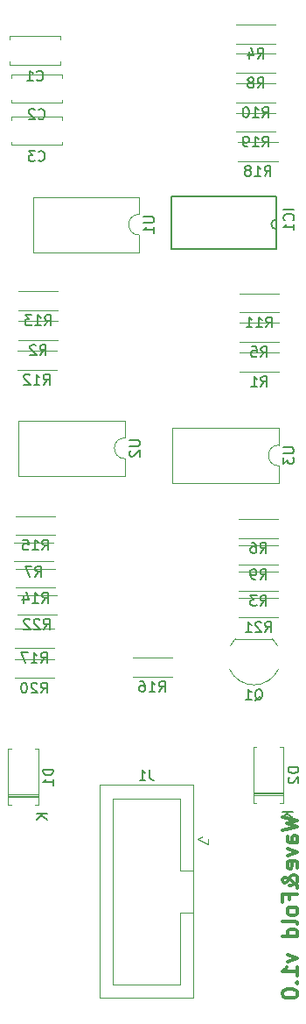
<source format=gbr>
G04 #@! TF.GenerationSoftware,KiCad,Pcbnew,(5.1.10-1-10_14)*
G04 #@! TF.CreationDate,2021-09-13T20:12:19+02:00*
G04 #@! TF.ProjectId,Ring_fold_main,52696e67-5f66-46f6-9c64-5f6d61696e2e,rev?*
G04 #@! TF.SameCoordinates,Original*
G04 #@! TF.FileFunction,Legend,Bot*
G04 #@! TF.FilePolarity,Positive*
%FSLAX46Y46*%
G04 Gerber Fmt 4.6, Leading zero omitted, Abs format (unit mm)*
G04 Created by KiCad (PCBNEW (5.1.10-1-10_14)) date 2021-09-13 20:12:19*
%MOMM*%
%LPD*%
G01*
G04 APERTURE LIST*
%ADD10C,0.300000*%
%ADD11C,0.120000*%
%ADD12C,0.127000*%
%ADD13C,0.150000*%
%ADD14O,1.400000X1.400000*%
%ADD15C,1.400000*%
%ADD16O,1.800000X1.800000*%
%ADD17R,1.800000X1.800000*%
%ADD18R,1.500000X1.500000*%
%ADD19C,1.500000*%
%ADD20O,1.600000X1.600000*%
%ADD21R,1.600000X1.600000*%
%ADD22O,2.720000X3.240000*%
%ADD23C,1.800000*%
%ADD24O,3.100000X2.300000*%
%ADD25C,1.700000*%
%ADD26C,1.397000*%
%ADD27R,1.397000X1.397000*%
%ADD28C,1.600000*%
G04 APERTURE END LIST*
D10*
X106938071Y-132628785D02*
X108438071Y-132985928D01*
X107366642Y-133271642D01*
X108438071Y-133557357D01*
X106938071Y-133914500D01*
X108438071Y-135128785D02*
X107652357Y-135128785D01*
X107509500Y-135057357D01*
X107438071Y-134914500D01*
X107438071Y-134628785D01*
X107509500Y-134485928D01*
X108366642Y-135128785D02*
X108438071Y-134985928D01*
X108438071Y-134628785D01*
X108366642Y-134485928D01*
X108223785Y-134414500D01*
X108080928Y-134414500D01*
X107938071Y-134485928D01*
X107866642Y-134628785D01*
X107866642Y-134985928D01*
X107795214Y-135128785D01*
X107438071Y-135700214D02*
X108438071Y-136057357D01*
X107438071Y-136414500D01*
X108366642Y-137557357D02*
X108438071Y-137414500D01*
X108438071Y-137128785D01*
X108366642Y-136985928D01*
X108223785Y-136914500D01*
X107652357Y-136914500D01*
X107509500Y-136985928D01*
X107438071Y-137128785D01*
X107438071Y-137414500D01*
X107509500Y-137557357D01*
X107652357Y-137628785D01*
X107795214Y-137628785D01*
X107938071Y-136914500D01*
X108438071Y-139485928D02*
X108438071Y-139414500D01*
X108366642Y-139271642D01*
X108152357Y-139057357D01*
X107723785Y-138700214D01*
X107509500Y-138557357D01*
X107295214Y-138485928D01*
X107152357Y-138485928D01*
X107009500Y-138557357D01*
X106938071Y-138700214D01*
X106938071Y-138771642D01*
X107009500Y-138914500D01*
X107152357Y-138985928D01*
X107223785Y-138985928D01*
X107366642Y-138914500D01*
X107438071Y-138843071D01*
X107723785Y-138414500D01*
X107795214Y-138343071D01*
X107938071Y-138271642D01*
X108152357Y-138271642D01*
X108295214Y-138343071D01*
X108366642Y-138414500D01*
X108438071Y-138557357D01*
X108438071Y-138771642D01*
X108366642Y-138914500D01*
X108295214Y-138985928D01*
X108009500Y-139200214D01*
X107795214Y-139271642D01*
X107652357Y-139271642D01*
X107652357Y-140628785D02*
X107652357Y-140128785D01*
X108438071Y-140128785D02*
X106938071Y-140128785D01*
X106938071Y-140843071D01*
X108438071Y-141628785D02*
X108366642Y-141485928D01*
X108295214Y-141414500D01*
X108152357Y-141343071D01*
X107723785Y-141343071D01*
X107580928Y-141414500D01*
X107509500Y-141485928D01*
X107438071Y-141628785D01*
X107438071Y-141843071D01*
X107509500Y-141985928D01*
X107580928Y-142057357D01*
X107723785Y-142128785D01*
X108152357Y-142128785D01*
X108295214Y-142057357D01*
X108366642Y-141985928D01*
X108438071Y-141843071D01*
X108438071Y-141628785D01*
X108438071Y-142985928D02*
X108366642Y-142843071D01*
X108223785Y-142771642D01*
X106938071Y-142771642D01*
X108438071Y-144200214D02*
X106938071Y-144200214D01*
X108366642Y-144200214D02*
X108438071Y-144057357D01*
X108438071Y-143771642D01*
X108366642Y-143628785D01*
X108295214Y-143557357D01*
X108152357Y-143485928D01*
X107723785Y-143485928D01*
X107580928Y-143557357D01*
X107509500Y-143628785D01*
X107438071Y-143771642D01*
X107438071Y-144057357D01*
X107509500Y-144200214D01*
X107438071Y-145914500D02*
X108438071Y-146271642D01*
X107438071Y-146628785D01*
X108438071Y-147985928D02*
X108438071Y-147128785D01*
X108438071Y-147557357D02*
X106938071Y-147557357D01*
X107152357Y-147414500D01*
X107295214Y-147271642D01*
X107366642Y-147128785D01*
X108295214Y-148628785D02*
X108366642Y-148700214D01*
X108438071Y-148628785D01*
X108366642Y-148557357D01*
X108295214Y-148628785D01*
X108438071Y-148628785D01*
X106938071Y-149628785D02*
X106938071Y-149771642D01*
X107009500Y-149914500D01*
X107080928Y-149985928D01*
X107223785Y-150057357D01*
X107509500Y-150128785D01*
X107866642Y-150128785D01*
X108152357Y-150057357D01*
X108295214Y-149985928D01*
X108366642Y-149914500D01*
X108438071Y-149771642D01*
X108438071Y-149628785D01*
X108366642Y-149485928D01*
X108295214Y-149414500D01*
X108152357Y-149343071D01*
X107866642Y-149271642D01*
X107509500Y-149271642D01*
X107223785Y-149343071D01*
X107080928Y-149414500D01*
X107009500Y-149485928D01*
X106938071Y-149628785D01*
D11*
X81265000Y-113061000D02*
X85105000Y-113061000D01*
X81265000Y-111221000D02*
X85105000Y-111221000D01*
X102728000Y-113342000D02*
X106568000Y-113342000D01*
X102728000Y-111502000D02*
X106568000Y-111502000D01*
X81011000Y-119220000D02*
X84851000Y-119220000D01*
X81011000Y-117380000D02*
X84851000Y-117380000D01*
X102474000Y-66467900D02*
X106314000Y-66467900D01*
X102474000Y-64627900D02*
X106314000Y-64627900D01*
X102664000Y-69309500D02*
X106504000Y-69309500D01*
X102664000Y-67469500D02*
X106504000Y-67469500D01*
X81011000Y-116300000D02*
X84851000Y-116300000D01*
X81011000Y-114460000D02*
X84851000Y-114460000D01*
X92441000Y-119094000D02*
X96281000Y-119094000D01*
X92441000Y-117254000D02*
X96281000Y-117254000D01*
X81138000Y-105414000D02*
X84978000Y-105414000D01*
X81138000Y-103574000D02*
X84978000Y-103574000D01*
X81138000Y-110512000D02*
X84978000Y-110512000D01*
X81138000Y-108672000D02*
X84978000Y-108672000D01*
X81392000Y-83724000D02*
X85232000Y-83724000D01*
X81392000Y-81884000D02*
X85232000Y-81884000D01*
X81265000Y-89439000D02*
X85105000Y-89439000D01*
X81265000Y-87599000D02*
X85105000Y-87599000D01*
X102792000Y-83914500D02*
X106632000Y-83914500D01*
X102792000Y-82074500D02*
X106632000Y-82074500D01*
X102474000Y-63626200D02*
X106314000Y-63626200D01*
X102474000Y-61786200D02*
X106314000Y-61786200D01*
X102728000Y-108244000D02*
X106568000Y-108244000D01*
X102728000Y-106404000D02*
X106568000Y-106404000D01*
X102474000Y-60784600D02*
X106314000Y-60784600D01*
X102474000Y-58944600D02*
X106314000Y-58944600D01*
X80947500Y-107963000D02*
X84787500Y-107963000D01*
X80947500Y-106123000D02*
X84787500Y-106123000D01*
X102728000Y-105695000D02*
X106568000Y-105695000D01*
X102728000Y-103855000D02*
X106568000Y-103855000D01*
X102792000Y-86772000D02*
X106632000Y-86772000D01*
X102792000Y-84932000D02*
X106632000Y-84932000D01*
X102474000Y-57943000D02*
X106314000Y-57943000D01*
X102474000Y-56103000D02*
X106314000Y-56103000D01*
X102728000Y-110793000D02*
X106568000Y-110793000D01*
X102728000Y-108953000D02*
X106568000Y-108953000D01*
X81392000Y-86581500D02*
X85232000Y-86581500D01*
X81392000Y-84741500D02*
X85232000Y-84741500D01*
X102792000Y-89629500D02*
X106632000Y-89629500D01*
X102792000Y-87789500D02*
X106632000Y-87789500D01*
X106740000Y-131308000D02*
X107070000Y-131308000D01*
X107070000Y-131308000D02*
X107070000Y-125868000D01*
X107070000Y-125868000D02*
X106740000Y-125868000D01*
X104460000Y-131308000D02*
X104130000Y-131308000D01*
X104130000Y-131308000D02*
X104130000Y-125868000D01*
X104130000Y-125868000D02*
X104460000Y-125868000D01*
X107070000Y-130408000D02*
X104130000Y-130408000D01*
X107070000Y-130288000D02*
X104130000Y-130288000D01*
X107070000Y-130528000D02*
X104130000Y-130528000D01*
X82991500Y-131498000D02*
X83321500Y-131498000D01*
X83321500Y-131498000D02*
X83321500Y-126058000D01*
X83321500Y-126058000D02*
X82991500Y-126058000D01*
X80711500Y-131498000D02*
X80381500Y-131498000D01*
X80381500Y-131498000D02*
X80381500Y-126058000D01*
X80381500Y-126058000D02*
X80711500Y-126058000D01*
X83321500Y-130598000D02*
X80381500Y-130598000D01*
X83321500Y-130478000D02*
X80381500Y-130478000D01*
X83321500Y-130718000D02*
X80381500Y-130718000D01*
X106528184Y-116161205D02*
G75*
G03*
X106004000Y-115434000I-2324184J-1122795D01*
G01*
X106560400Y-118382807D02*
G75*
G02*
X104204000Y-119884000I-2356400J1098807D01*
G01*
X101847600Y-118382807D02*
G75*
G03*
X104204000Y-119884000I2356400J1098807D01*
G01*
X101879816Y-116161205D02*
G75*
G02*
X102404000Y-115434000I2324184J-1122795D01*
G01*
X102404000Y-115434000D02*
X106004000Y-115434000D01*
X106613000Y-96726000D02*
G75*
G03*
X106613000Y-98726000I0J-1000000D01*
G01*
X106613000Y-98726000D02*
X106613000Y-100376000D01*
X106613000Y-100376000D02*
X96333000Y-100376000D01*
X96333000Y-100376000D02*
X96333000Y-95076000D01*
X96333000Y-95076000D02*
X106613000Y-95076000D01*
X106613000Y-95076000D02*
X106613000Y-96726000D01*
X91690500Y-96028000D02*
G75*
G03*
X91690500Y-98028000I0J-1000000D01*
G01*
X91690500Y-98028000D02*
X91690500Y-99678000D01*
X91690500Y-99678000D02*
X81410500Y-99678000D01*
X81410500Y-99678000D02*
X81410500Y-94378000D01*
X81410500Y-94378000D02*
X91690500Y-94378000D01*
X91690500Y-94378000D02*
X91690500Y-96028000D01*
X93087500Y-74438000D02*
G75*
G03*
X93087500Y-76438000I0J-1000000D01*
G01*
X93087500Y-76438000D02*
X93087500Y-78088000D01*
X93087500Y-78088000D02*
X82807500Y-78088000D01*
X82807500Y-78088000D02*
X82807500Y-72788000D01*
X82807500Y-72788000D02*
X93087500Y-72788000D01*
X93087500Y-72788000D02*
X93087500Y-74438000D01*
X99739500Y-135247000D02*
X98739500Y-134747000D01*
X99739500Y-134247000D02*
X99739500Y-135247000D01*
X98739500Y-134747000D02*
X99739500Y-134247000D01*
X97039500Y-141877000D02*
X98349500Y-141877000D01*
X97039500Y-141877000D02*
X97039500Y-141877000D01*
X97039500Y-148817000D02*
X97039500Y-141877000D01*
X90539500Y-148817000D02*
X97039500Y-148817000D01*
X90539500Y-130837000D02*
X90539500Y-148817000D01*
X97039500Y-130837000D02*
X90539500Y-130837000D01*
X97039500Y-137777000D02*
X97039500Y-130837000D01*
X98349500Y-137777000D02*
X97039500Y-137777000D01*
X98349500Y-150117000D02*
X98349500Y-129537000D01*
X89229500Y-150117000D02*
X98349500Y-150117000D01*
X89229500Y-129537000D02*
X89229500Y-150117000D01*
X98349500Y-129537000D02*
X89229500Y-129537000D01*
D12*
X106362000Y-75882500D02*
G75*
G02*
X106362000Y-74930000I0J476250D01*
G01*
X106362000Y-77787500D02*
X96202000Y-77787500D01*
X96202000Y-77787500D02*
X96202000Y-72707500D01*
X96202000Y-72707500D02*
X106362000Y-72707500D01*
X106362000Y-72707500D02*
X106362000Y-77787500D01*
D11*
X80708500Y-67741500D02*
X85648500Y-67741500D01*
X80708500Y-65001500D02*
X85648500Y-65001500D01*
X80708500Y-67741500D02*
X80708500Y-67426500D01*
X80708500Y-65316500D02*
X80708500Y-65001500D01*
X85648500Y-67741500D02*
X85648500Y-67426500D01*
X85648500Y-65316500D02*
X85648500Y-65001500D01*
X80708500Y-63691500D02*
X85648500Y-63691500D01*
X80708500Y-60951500D02*
X85648500Y-60951500D01*
X80708500Y-63691500D02*
X80708500Y-63376500D01*
X80708500Y-61266500D02*
X80708500Y-60951500D01*
X85648500Y-63691500D02*
X85648500Y-63376500D01*
X85648500Y-61266500D02*
X85648500Y-60951500D01*
X80548000Y-59980500D02*
X85488000Y-59980500D01*
X80548000Y-57240500D02*
X85488000Y-57240500D01*
X80548000Y-59980500D02*
X80548000Y-59665500D01*
X80548000Y-57555500D02*
X80548000Y-57240500D01*
X85488000Y-59980500D02*
X85488000Y-59665500D01*
X85488000Y-57555500D02*
X85488000Y-57240500D01*
D13*
X83827857Y-114513380D02*
X84161190Y-114037190D01*
X84399285Y-114513380D02*
X84399285Y-113513380D01*
X84018333Y-113513380D01*
X83923095Y-113561000D01*
X83875476Y-113608619D01*
X83827857Y-113703857D01*
X83827857Y-113846714D01*
X83875476Y-113941952D01*
X83923095Y-113989571D01*
X84018333Y-114037190D01*
X84399285Y-114037190D01*
X83446904Y-113608619D02*
X83399285Y-113561000D01*
X83304047Y-113513380D01*
X83065952Y-113513380D01*
X82970714Y-113561000D01*
X82923095Y-113608619D01*
X82875476Y-113703857D01*
X82875476Y-113799095D01*
X82923095Y-113941952D01*
X83494523Y-114513380D01*
X82875476Y-114513380D01*
X82494523Y-113608619D02*
X82446904Y-113561000D01*
X82351666Y-113513380D01*
X82113571Y-113513380D01*
X82018333Y-113561000D01*
X81970714Y-113608619D01*
X81923095Y-113703857D01*
X81923095Y-113799095D01*
X81970714Y-113941952D01*
X82542142Y-114513380D01*
X81923095Y-114513380D01*
X105290857Y-114794380D02*
X105624190Y-114318190D01*
X105862285Y-114794380D02*
X105862285Y-113794380D01*
X105481333Y-113794380D01*
X105386095Y-113842000D01*
X105338476Y-113889619D01*
X105290857Y-113984857D01*
X105290857Y-114127714D01*
X105338476Y-114222952D01*
X105386095Y-114270571D01*
X105481333Y-114318190D01*
X105862285Y-114318190D01*
X104909904Y-113889619D02*
X104862285Y-113842000D01*
X104767047Y-113794380D01*
X104528952Y-113794380D01*
X104433714Y-113842000D01*
X104386095Y-113889619D01*
X104338476Y-113984857D01*
X104338476Y-114080095D01*
X104386095Y-114222952D01*
X104957523Y-114794380D01*
X104338476Y-114794380D01*
X103386095Y-114794380D02*
X103957523Y-114794380D01*
X103671809Y-114794380D02*
X103671809Y-113794380D01*
X103767047Y-113937238D01*
X103862285Y-114032476D01*
X103957523Y-114080095D01*
X83573857Y-120672380D02*
X83907190Y-120196190D01*
X84145285Y-120672380D02*
X84145285Y-119672380D01*
X83764333Y-119672380D01*
X83669095Y-119720000D01*
X83621476Y-119767619D01*
X83573857Y-119862857D01*
X83573857Y-120005714D01*
X83621476Y-120100952D01*
X83669095Y-120148571D01*
X83764333Y-120196190D01*
X84145285Y-120196190D01*
X83192904Y-119767619D02*
X83145285Y-119720000D01*
X83050047Y-119672380D01*
X82811952Y-119672380D01*
X82716714Y-119720000D01*
X82669095Y-119767619D01*
X82621476Y-119862857D01*
X82621476Y-119958095D01*
X82669095Y-120100952D01*
X83240523Y-120672380D01*
X82621476Y-120672380D01*
X82002428Y-119672380D02*
X81907190Y-119672380D01*
X81811952Y-119720000D01*
X81764333Y-119767619D01*
X81716714Y-119862857D01*
X81669095Y-120053333D01*
X81669095Y-120291428D01*
X81716714Y-120481904D01*
X81764333Y-120577142D01*
X81811952Y-120624761D01*
X81907190Y-120672380D01*
X82002428Y-120672380D01*
X82097666Y-120624761D01*
X82145285Y-120577142D01*
X82192904Y-120481904D01*
X82240523Y-120291428D01*
X82240523Y-120053333D01*
X82192904Y-119862857D01*
X82145285Y-119767619D01*
X82097666Y-119720000D01*
X82002428Y-119672380D01*
X105036857Y-67920280D02*
X105370190Y-67444090D01*
X105608285Y-67920280D02*
X105608285Y-66920280D01*
X105227333Y-66920280D01*
X105132095Y-66967900D01*
X105084476Y-67015519D01*
X105036857Y-67110757D01*
X105036857Y-67253614D01*
X105084476Y-67348852D01*
X105132095Y-67396471D01*
X105227333Y-67444090D01*
X105608285Y-67444090D01*
X104084476Y-67920280D02*
X104655904Y-67920280D01*
X104370190Y-67920280D02*
X104370190Y-66920280D01*
X104465428Y-67063138D01*
X104560666Y-67158376D01*
X104655904Y-67205995D01*
X103608285Y-67920280D02*
X103417809Y-67920280D01*
X103322571Y-67872661D01*
X103274952Y-67825042D01*
X103179714Y-67682185D01*
X103132095Y-67491709D01*
X103132095Y-67110757D01*
X103179714Y-67015519D01*
X103227333Y-66967900D01*
X103322571Y-66920280D01*
X103513047Y-66920280D01*
X103608285Y-66967900D01*
X103655904Y-67015519D01*
X103703523Y-67110757D01*
X103703523Y-67348852D01*
X103655904Y-67444090D01*
X103608285Y-67491709D01*
X103513047Y-67539328D01*
X103322571Y-67539328D01*
X103227333Y-67491709D01*
X103179714Y-67444090D01*
X103132095Y-67348852D01*
X105226857Y-70761880D02*
X105560190Y-70285690D01*
X105798285Y-70761880D02*
X105798285Y-69761880D01*
X105417333Y-69761880D01*
X105322095Y-69809500D01*
X105274476Y-69857119D01*
X105226857Y-69952357D01*
X105226857Y-70095214D01*
X105274476Y-70190452D01*
X105322095Y-70238071D01*
X105417333Y-70285690D01*
X105798285Y-70285690D01*
X104274476Y-70761880D02*
X104845904Y-70761880D01*
X104560190Y-70761880D02*
X104560190Y-69761880D01*
X104655428Y-69904738D01*
X104750666Y-69999976D01*
X104845904Y-70047595D01*
X103703047Y-70190452D02*
X103798285Y-70142833D01*
X103845904Y-70095214D01*
X103893523Y-69999976D01*
X103893523Y-69952357D01*
X103845904Y-69857119D01*
X103798285Y-69809500D01*
X103703047Y-69761880D01*
X103512571Y-69761880D01*
X103417333Y-69809500D01*
X103369714Y-69857119D01*
X103322095Y-69952357D01*
X103322095Y-69999976D01*
X103369714Y-70095214D01*
X103417333Y-70142833D01*
X103512571Y-70190452D01*
X103703047Y-70190452D01*
X103798285Y-70238071D01*
X103845904Y-70285690D01*
X103893523Y-70380928D01*
X103893523Y-70571404D01*
X103845904Y-70666642D01*
X103798285Y-70714261D01*
X103703047Y-70761880D01*
X103512571Y-70761880D01*
X103417333Y-70714261D01*
X103369714Y-70666642D01*
X103322095Y-70571404D01*
X103322095Y-70380928D01*
X103369714Y-70285690D01*
X103417333Y-70238071D01*
X103512571Y-70190452D01*
X83573857Y-117752380D02*
X83907190Y-117276190D01*
X84145285Y-117752380D02*
X84145285Y-116752380D01*
X83764333Y-116752380D01*
X83669095Y-116800000D01*
X83621476Y-116847619D01*
X83573857Y-116942857D01*
X83573857Y-117085714D01*
X83621476Y-117180952D01*
X83669095Y-117228571D01*
X83764333Y-117276190D01*
X84145285Y-117276190D01*
X82621476Y-117752380D02*
X83192904Y-117752380D01*
X82907190Y-117752380D02*
X82907190Y-116752380D01*
X83002428Y-116895238D01*
X83097666Y-116990476D01*
X83192904Y-117038095D01*
X82288142Y-116752380D02*
X81621476Y-116752380D01*
X82050047Y-117752380D01*
X95003857Y-120546380D02*
X95337190Y-120070190D01*
X95575285Y-120546380D02*
X95575285Y-119546380D01*
X95194333Y-119546380D01*
X95099095Y-119594000D01*
X95051476Y-119641619D01*
X95003857Y-119736857D01*
X95003857Y-119879714D01*
X95051476Y-119974952D01*
X95099095Y-120022571D01*
X95194333Y-120070190D01*
X95575285Y-120070190D01*
X94051476Y-120546380D02*
X94622904Y-120546380D01*
X94337190Y-120546380D02*
X94337190Y-119546380D01*
X94432428Y-119689238D01*
X94527666Y-119784476D01*
X94622904Y-119832095D01*
X93194333Y-119546380D02*
X93384809Y-119546380D01*
X93480047Y-119594000D01*
X93527666Y-119641619D01*
X93622904Y-119784476D01*
X93670523Y-119974952D01*
X93670523Y-120355904D01*
X93622904Y-120451142D01*
X93575285Y-120498761D01*
X93480047Y-120546380D01*
X93289571Y-120546380D01*
X93194333Y-120498761D01*
X93146714Y-120451142D01*
X93099095Y-120355904D01*
X93099095Y-120117809D01*
X93146714Y-120022571D01*
X93194333Y-119974952D01*
X93289571Y-119927333D01*
X93480047Y-119927333D01*
X93575285Y-119974952D01*
X93622904Y-120022571D01*
X93670523Y-120117809D01*
X83700857Y-106866380D02*
X84034190Y-106390190D01*
X84272285Y-106866380D02*
X84272285Y-105866380D01*
X83891333Y-105866380D01*
X83796095Y-105914000D01*
X83748476Y-105961619D01*
X83700857Y-106056857D01*
X83700857Y-106199714D01*
X83748476Y-106294952D01*
X83796095Y-106342571D01*
X83891333Y-106390190D01*
X84272285Y-106390190D01*
X82748476Y-106866380D02*
X83319904Y-106866380D01*
X83034190Y-106866380D02*
X83034190Y-105866380D01*
X83129428Y-106009238D01*
X83224666Y-106104476D01*
X83319904Y-106152095D01*
X81843714Y-105866380D02*
X82319904Y-105866380D01*
X82367523Y-106342571D01*
X82319904Y-106294952D01*
X82224666Y-106247333D01*
X81986571Y-106247333D01*
X81891333Y-106294952D01*
X81843714Y-106342571D01*
X81796095Y-106437809D01*
X81796095Y-106675904D01*
X81843714Y-106771142D01*
X81891333Y-106818761D01*
X81986571Y-106866380D01*
X82224666Y-106866380D01*
X82319904Y-106818761D01*
X82367523Y-106771142D01*
X83700857Y-111964380D02*
X84034190Y-111488190D01*
X84272285Y-111964380D02*
X84272285Y-110964380D01*
X83891333Y-110964380D01*
X83796095Y-111012000D01*
X83748476Y-111059619D01*
X83700857Y-111154857D01*
X83700857Y-111297714D01*
X83748476Y-111392952D01*
X83796095Y-111440571D01*
X83891333Y-111488190D01*
X84272285Y-111488190D01*
X82748476Y-111964380D02*
X83319904Y-111964380D01*
X83034190Y-111964380D02*
X83034190Y-110964380D01*
X83129428Y-111107238D01*
X83224666Y-111202476D01*
X83319904Y-111250095D01*
X81891333Y-111297714D02*
X81891333Y-111964380D01*
X82129428Y-110916761D02*
X82367523Y-111631047D01*
X81748476Y-111631047D01*
X83954857Y-85176380D02*
X84288190Y-84700190D01*
X84526285Y-85176380D02*
X84526285Y-84176380D01*
X84145333Y-84176380D01*
X84050095Y-84224000D01*
X84002476Y-84271619D01*
X83954857Y-84366857D01*
X83954857Y-84509714D01*
X84002476Y-84604952D01*
X84050095Y-84652571D01*
X84145333Y-84700190D01*
X84526285Y-84700190D01*
X83002476Y-85176380D02*
X83573904Y-85176380D01*
X83288190Y-85176380D02*
X83288190Y-84176380D01*
X83383428Y-84319238D01*
X83478666Y-84414476D01*
X83573904Y-84462095D01*
X82669142Y-84176380D02*
X82050095Y-84176380D01*
X82383428Y-84557333D01*
X82240571Y-84557333D01*
X82145333Y-84604952D01*
X82097714Y-84652571D01*
X82050095Y-84747809D01*
X82050095Y-84985904D01*
X82097714Y-85081142D01*
X82145333Y-85128761D01*
X82240571Y-85176380D01*
X82526285Y-85176380D01*
X82621523Y-85128761D01*
X82669142Y-85081142D01*
X83827857Y-90891380D02*
X84161190Y-90415190D01*
X84399285Y-90891380D02*
X84399285Y-89891380D01*
X84018333Y-89891380D01*
X83923095Y-89939000D01*
X83875476Y-89986619D01*
X83827857Y-90081857D01*
X83827857Y-90224714D01*
X83875476Y-90319952D01*
X83923095Y-90367571D01*
X84018333Y-90415190D01*
X84399285Y-90415190D01*
X82875476Y-90891380D02*
X83446904Y-90891380D01*
X83161190Y-90891380D02*
X83161190Y-89891380D01*
X83256428Y-90034238D01*
X83351666Y-90129476D01*
X83446904Y-90177095D01*
X82494523Y-89986619D02*
X82446904Y-89939000D01*
X82351666Y-89891380D01*
X82113571Y-89891380D01*
X82018333Y-89939000D01*
X81970714Y-89986619D01*
X81923095Y-90081857D01*
X81923095Y-90177095D01*
X81970714Y-90319952D01*
X82542142Y-90891380D01*
X81923095Y-90891380D01*
X105354857Y-85366880D02*
X105688190Y-84890690D01*
X105926285Y-85366880D02*
X105926285Y-84366880D01*
X105545333Y-84366880D01*
X105450095Y-84414500D01*
X105402476Y-84462119D01*
X105354857Y-84557357D01*
X105354857Y-84700214D01*
X105402476Y-84795452D01*
X105450095Y-84843071D01*
X105545333Y-84890690D01*
X105926285Y-84890690D01*
X104402476Y-85366880D02*
X104973904Y-85366880D01*
X104688190Y-85366880D02*
X104688190Y-84366880D01*
X104783428Y-84509738D01*
X104878666Y-84604976D01*
X104973904Y-84652595D01*
X103450095Y-85366880D02*
X104021523Y-85366880D01*
X103735809Y-85366880D02*
X103735809Y-84366880D01*
X103831047Y-84509738D01*
X103926285Y-84604976D01*
X104021523Y-84652595D01*
X105036857Y-65078580D02*
X105370190Y-64602390D01*
X105608285Y-65078580D02*
X105608285Y-64078580D01*
X105227333Y-64078580D01*
X105132095Y-64126200D01*
X105084476Y-64173819D01*
X105036857Y-64269057D01*
X105036857Y-64411914D01*
X105084476Y-64507152D01*
X105132095Y-64554771D01*
X105227333Y-64602390D01*
X105608285Y-64602390D01*
X104084476Y-65078580D02*
X104655904Y-65078580D01*
X104370190Y-65078580D02*
X104370190Y-64078580D01*
X104465428Y-64221438D01*
X104560666Y-64316676D01*
X104655904Y-64364295D01*
X103465428Y-64078580D02*
X103370190Y-64078580D01*
X103274952Y-64126200D01*
X103227333Y-64173819D01*
X103179714Y-64269057D01*
X103132095Y-64459533D01*
X103132095Y-64697628D01*
X103179714Y-64888104D01*
X103227333Y-64983342D01*
X103274952Y-65030961D01*
X103370190Y-65078580D01*
X103465428Y-65078580D01*
X103560666Y-65030961D01*
X103608285Y-64983342D01*
X103655904Y-64888104D01*
X103703523Y-64697628D01*
X103703523Y-64459533D01*
X103655904Y-64269057D01*
X103608285Y-64173819D01*
X103560666Y-64126200D01*
X103465428Y-64078580D01*
X104814666Y-109696380D02*
X105148000Y-109220190D01*
X105386095Y-109696380D02*
X105386095Y-108696380D01*
X105005142Y-108696380D01*
X104909904Y-108744000D01*
X104862285Y-108791619D01*
X104814666Y-108886857D01*
X104814666Y-109029714D01*
X104862285Y-109124952D01*
X104909904Y-109172571D01*
X105005142Y-109220190D01*
X105386095Y-109220190D01*
X104338476Y-109696380D02*
X104148000Y-109696380D01*
X104052761Y-109648761D01*
X104005142Y-109601142D01*
X103909904Y-109458285D01*
X103862285Y-109267809D01*
X103862285Y-108886857D01*
X103909904Y-108791619D01*
X103957523Y-108744000D01*
X104052761Y-108696380D01*
X104243238Y-108696380D01*
X104338476Y-108744000D01*
X104386095Y-108791619D01*
X104433714Y-108886857D01*
X104433714Y-109124952D01*
X104386095Y-109220190D01*
X104338476Y-109267809D01*
X104243238Y-109315428D01*
X104052761Y-109315428D01*
X103957523Y-109267809D01*
X103909904Y-109220190D01*
X103862285Y-109124952D01*
X104560666Y-62236980D02*
X104894000Y-61760790D01*
X105132095Y-62236980D02*
X105132095Y-61236980D01*
X104751142Y-61236980D01*
X104655904Y-61284600D01*
X104608285Y-61332219D01*
X104560666Y-61427457D01*
X104560666Y-61570314D01*
X104608285Y-61665552D01*
X104655904Y-61713171D01*
X104751142Y-61760790D01*
X105132095Y-61760790D01*
X103989238Y-61665552D02*
X104084476Y-61617933D01*
X104132095Y-61570314D01*
X104179714Y-61475076D01*
X104179714Y-61427457D01*
X104132095Y-61332219D01*
X104084476Y-61284600D01*
X103989238Y-61236980D01*
X103798761Y-61236980D01*
X103703523Y-61284600D01*
X103655904Y-61332219D01*
X103608285Y-61427457D01*
X103608285Y-61475076D01*
X103655904Y-61570314D01*
X103703523Y-61617933D01*
X103798761Y-61665552D01*
X103989238Y-61665552D01*
X104084476Y-61713171D01*
X104132095Y-61760790D01*
X104179714Y-61856028D01*
X104179714Y-62046504D01*
X104132095Y-62141742D01*
X104084476Y-62189361D01*
X103989238Y-62236980D01*
X103798761Y-62236980D01*
X103703523Y-62189361D01*
X103655904Y-62141742D01*
X103608285Y-62046504D01*
X103608285Y-61856028D01*
X103655904Y-61760790D01*
X103703523Y-61713171D01*
X103798761Y-61665552D01*
X83034166Y-109415380D02*
X83367500Y-108939190D01*
X83605595Y-109415380D02*
X83605595Y-108415380D01*
X83224642Y-108415380D01*
X83129404Y-108463000D01*
X83081785Y-108510619D01*
X83034166Y-108605857D01*
X83034166Y-108748714D01*
X83081785Y-108843952D01*
X83129404Y-108891571D01*
X83224642Y-108939190D01*
X83605595Y-108939190D01*
X82700833Y-108415380D02*
X82034166Y-108415380D01*
X82462738Y-109415380D01*
X104814666Y-107147380D02*
X105148000Y-106671190D01*
X105386095Y-107147380D02*
X105386095Y-106147380D01*
X105005142Y-106147380D01*
X104909904Y-106195000D01*
X104862285Y-106242619D01*
X104814666Y-106337857D01*
X104814666Y-106480714D01*
X104862285Y-106575952D01*
X104909904Y-106623571D01*
X105005142Y-106671190D01*
X105386095Y-106671190D01*
X103957523Y-106147380D02*
X104148000Y-106147380D01*
X104243238Y-106195000D01*
X104290857Y-106242619D01*
X104386095Y-106385476D01*
X104433714Y-106575952D01*
X104433714Y-106956904D01*
X104386095Y-107052142D01*
X104338476Y-107099761D01*
X104243238Y-107147380D01*
X104052761Y-107147380D01*
X103957523Y-107099761D01*
X103909904Y-107052142D01*
X103862285Y-106956904D01*
X103862285Y-106718809D01*
X103909904Y-106623571D01*
X103957523Y-106575952D01*
X104052761Y-106528333D01*
X104243238Y-106528333D01*
X104338476Y-106575952D01*
X104386095Y-106623571D01*
X104433714Y-106718809D01*
X104878666Y-88224380D02*
X105212000Y-87748190D01*
X105450095Y-88224380D02*
X105450095Y-87224380D01*
X105069142Y-87224380D01*
X104973904Y-87272000D01*
X104926285Y-87319619D01*
X104878666Y-87414857D01*
X104878666Y-87557714D01*
X104926285Y-87652952D01*
X104973904Y-87700571D01*
X105069142Y-87748190D01*
X105450095Y-87748190D01*
X103973904Y-87224380D02*
X104450095Y-87224380D01*
X104497714Y-87700571D01*
X104450095Y-87652952D01*
X104354857Y-87605333D01*
X104116761Y-87605333D01*
X104021523Y-87652952D01*
X103973904Y-87700571D01*
X103926285Y-87795809D01*
X103926285Y-88033904D01*
X103973904Y-88129142D01*
X104021523Y-88176761D01*
X104116761Y-88224380D01*
X104354857Y-88224380D01*
X104450095Y-88176761D01*
X104497714Y-88129142D01*
X104560666Y-59395380D02*
X104894000Y-58919190D01*
X105132095Y-59395380D02*
X105132095Y-58395380D01*
X104751142Y-58395380D01*
X104655904Y-58443000D01*
X104608285Y-58490619D01*
X104560666Y-58585857D01*
X104560666Y-58728714D01*
X104608285Y-58823952D01*
X104655904Y-58871571D01*
X104751142Y-58919190D01*
X105132095Y-58919190D01*
X103703523Y-58728714D02*
X103703523Y-59395380D01*
X103941619Y-58347761D02*
X104179714Y-59062047D01*
X103560666Y-59062047D01*
X104814666Y-112245380D02*
X105148000Y-111769190D01*
X105386095Y-112245380D02*
X105386095Y-111245380D01*
X105005142Y-111245380D01*
X104909904Y-111293000D01*
X104862285Y-111340619D01*
X104814666Y-111435857D01*
X104814666Y-111578714D01*
X104862285Y-111673952D01*
X104909904Y-111721571D01*
X105005142Y-111769190D01*
X105386095Y-111769190D01*
X104481333Y-111245380D02*
X103862285Y-111245380D01*
X104195619Y-111626333D01*
X104052761Y-111626333D01*
X103957523Y-111673952D01*
X103909904Y-111721571D01*
X103862285Y-111816809D01*
X103862285Y-112054904D01*
X103909904Y-112150142D01*
X103957523Y-112197761D01*
X104052761Y-112245380D01*
X104338476Y-112245380D01*
X104433714Y-112197761D01*
X104481333Y-112150142D01*
X83478666Y-88033880D02*
X83812000Y-87557690D01*
X84050095Y-88033880D02*
X84050095Y-87033880D01*
X83669142Y-87033880D01*
X83573904Y-87081500D01*
X83526285Y-87129119D01*
X83478666Y-87224357D01*
X83478666Y-87367214D01*
X83526285Y-87462452D01*
X83573904Y-87510071D01*
X83669142Y-87557690D01*
X84050095Y-87557690D01*
X83097714Y-87129119D02*
X83050095Y-87081500D01*
X82954857Y-87033880D01*
X82716761Y-87033880D01*
X82621523Y-87081500D01*
X82573904Y-87129119D01*
X82526285Y-87224357D01*
X82526285Y-87319595D01*
X82573904Y-87462452D01*
X83145333Y-88033880D01*
X82526285Y-88033880D01*
X104878666Y-91081880D02*
X105212000Y-90605690D01*
X105450095Y-91081880D02*
X105450095Y-90081880D01*
X105069142Y-90081880D01*
X104973904Y-90129500D01*
X104926285Y-90177119D01*
X104878666Y-90272357D01*
X104878666Y-90415214D01*
X104926285Y-90510452D01*
X104973904Y-90558071D01*
X105069142Y-90605690D01*
X105450095Y-90605690D01*
X103926285Y-91081880D02*
X104497714Y-91081880D01*
X104212000Y-91081880D02*
X104212000Y-90081880D01*
X104307238Y-90224738D01*
X104402476Y-90319976D01*
X104497714Y-90367595D01*
X108522380Y-127849904D02*
X107522380Y-127849904D01*
X107522380Y-128088000D01*
X107570000Y-128230857D01*
X107665238Y-128326095D01*
X107760476Y-128373714D01*
X107950952Y-128421333D01*
X108093809Y-128421333D01*
X108284285Y-128373714D01*
X108379523Y-128326095D01*
X108474761Y-128230857D01*
X108522380Y-128088000D01*
X108522380Y-127849904D01*
X107617619Y-128802285D02*
X107570000Y-128849904D01*
X107522380Y-128945142D01*
X107522380Y-129183238D01*
X107570000Y-129278476D01*
X107617619Y-129326095D01*
X107712857Y-129373714D01*
X107808095Y-129373714D01*
X107950952Y-129326095D01*
X108522380Y-128754666D01*
X108522380Y-129373714D01*
X107952380Y-132136095D02*
X106952380Y-132136095D01*
X107952380Y-132707523D02*
X107380952Y-132278952D01*
X106952380Y-132707523D02*
X107523809Y-132136095D01*
X84773880Y-128039904D02*
X83773880Y-128039904D01*
X83773880Y-128278000D01*
X83821500Y-128420857D01*
X83916738Y-128516095D01*
X84011976Y-128563714D01*
X84202452Y-128611333D01*
X84345309Y-128611333D01*
X84535785Y-128563714D01*
X84631023Y-128516095D01*
X84726261Y-128420857D01*
X84773880Y-128278000D01*
X84773880Y-128039904D01*
X84773880Y-129563714D02*
X84773880Y-128992285D01*
X84773880Y-129278000D02*
X83773880Y-129278000D01*
X83916738Y-129182761D01*
X84011976Y-129087523D01*
X84059595Y-128992285D01*
X84203880Y-132326095D02*
X83203880Y-132326095D01*
X84203880Y-132897523D02*
X83632452Y-132468952D01*
X83203880Y-132897523D02*
X83775309Y-132326095D01*
X104299238Y-121391619D02*
X104394476Y-121344000D01*
X104489714Y-121248761D01*
X104632571Y-121105904D01*
X104727809Y-121058285D01*
X104823047Y-121058285D01*
X104775428Y-121296380D02*
X104870666Y-121248761D01*
X104965904Y-121153523D01*
X105013523Y-120963047D01*
X105013523Y-120629714D01*
X104965904Y-120439238D01*
X104870666Y-120344000D01*
X104775428Y-120296380D01*
X104584952Y-120296380D01*
X104489714Y-120344000D01*
X104394476Y-120439238D01*
X104346857Y-120629714D01*
X104346857Y-120963047D01*
X104394476Y-121153523D01*
X104489714Y-121248761D01*
X104584952Y-121296380D01*
X104775428Y-121296380D01*
X103394476Y-121296380D02*
X103965904Y-121296380D01*
X103680190Y-121296380D02*
X103680190Y-120296380D01*
X103775428Y-120439238D01*
X103870666Y-120534476D01*
X103965904Y-120582095D01*
X107065380Y-96964095D02*
X107874904Y-96964095D01*
X107970142Y-97011714D01*
X108017761Y-97059333D01*
X108065380Y-97154571D01*
X108065380Y-97345047D01*
X108017761Y-97440285D01*
X107970142Y-97487904D01*
X107874904Y-97535523D01*
X107065380Y-97535523D01*
X107065380Y-97916476D02*
X107065380Y-98535523D01*
X107446333Y-98202190D01*
X107446333Y-98345047D01*
X107493952Y-98440285D01*
X107541571Y-98487904D01*
X107636809Y-98535523D01*
X107874904Y-98535523D01*
X107970142Y-98487904D01*
X108017761Y-98440285D01*
X108065380Y-98345047D01*
X108065380Y-98059333D01*
X108017761Y-97964095D01*
X107970142Y-97916476D01*
X92142880Y-96266095D02*
X92952404Y-96266095D01*
X93047642Y-96313714D01*
X93095261Y-96361333D01*
X93142880Y-96456571D01*
X93142880Y-96647047D01*
X93095261Y-96742285D01*
X93047642Y-96789904D01*
X92952404Y-96837523D01*
X92142880Y-96837523D01*
X92238119Y-97266095D02*
X92190500Y-97313714D01*
X92142880Y-97408952D01*
X92142880Y-97647047D01*
X92190500Y-97742285D01*
X92238119Y-97789904D01*
X92333357Y-97837523D01*
X92428595Y-97837523D01*
X92571452Y-97789904D01*
X93142880Y-97218476D01*
X93142880Y-97837523D01*
X93539880Y-74676095D02*
X94349404Y-74676095D01*
X94444642Y-74723714D01*
X94492261Y-74771333D01*
X94539880Y-74866571D01*
X94539880Y-75057047D01*
X94492261Y-75152285D01*
X94444642Y-75199904D01*
X94349404Y-75247523D01*
X93539880Y-75247523D01*
X94539880Y-76247523D02*
X94539880Y-75676095D01*
X94539880Y-75961809D02*
X93539880Y-75961809D01*
X93682738Y-75866571D01*
X93777976Y-75771333D01*
X93825595Y-75676095D01*
X94122833Y-128099380D02*
X94122833Y-128813666D01*
X94170452Y-128956523D01*
X94265690Y-129051761D01*
X94408547Y-129099380D01*
X94503785Y-129099380D01*
X93122833Y-129099380D02*
X93694261Y-129099380D01*
X93408547Y-129099380D02*
X93408547Y-128099380D01*
X93503785Y-128242238D01*
X93599023Y-128337476D01*
X93694261Y-128385095D01*
X108084380Y-73953809D02*
X107084380Y-73953809D01*
X107989142Y-75001428D02*
X108036761Y-74953809D01*
X108084380Y-74810952D01*
X108084380Y-74715714D01*
X108036761Y-74572857D01*
X107941523Y-74477619D01*
X107846285Y-74430000D01*
X107655809Y-74382380D01*
X107512952Y-74382380D01*
X107322476Y-74430000D01*
X107227238Y-74477619D01*
X107132000Y-74572857D01*
X107084380Y-74715714D01*
X107084380Y-74810952D01*
X107132000Y-74953809D01*
X107179619Y-75001428D01*
X108084380Y-75953809D02*
X108084380Y-75382380D01*
X108084380Y-75668095D02*
X107084380Y-75668095D01*
X107227238Y-75572857D01*
X107322476Y-75477619D01*
X107370095Y-75382380D01*
X83345166Y-69228642D02*
X83392785Y-69276261D01*
X83535642Y-69323880D01*
X83630880Y-69323880D01*
X83773738Y-69276261D01*
X83868976Y-69181023D01*
X83916595Y-69085785D01*
X83964214Y-68895309D01*
X83964214Y-68752452D01*
X83916595Y-68561976D01*
X83868976Y-68466738D01*
X83773738Y-68371500D01*
X83630880Y-68323880D01*
X83535642Y-68323880D01*
X83392785Y-68371500D01*
X83345166Y-68419119D01*
X83011833Y-68323880D02*
X82392785Y-68323880D01*
X82726119Y-68704833D01*
X82583261Y-68704833D01*
X82488023Y-68752452D01*
X82440404Y-68800071D01*
X82392785Y-68895309D01*
X82392785Y-69133404D01*
X82440404Y-69228642D01*
X82488023Y-69276261D01*
X82583261Y-69323880D01*
X82868976Y-69323880D01*
X82964214Y-69276261D01*
X83011833Y-69228642D01*
X83345166Y-65178642D02*
X83392785Y-65226261D01*
X83535642Y-65273880D01*
X83630880Y-65273880D01*
X83773738Y-65226261D01*
X83868976Y-65131023D01*
X83916595Y-65035785D01*
X83964214Y-64845309D01*
X83964214Y-64702452D01*
X83916595Y-64511976D01*
X83868976Y-64416738D01*
X83773738Y-64321500D01*
X83630880Y-64273880D01*
X83535642Y-64273880D01*
X83392785Y-64321500D01*
X83345166Y-64369119D01*
X82964214Y-64369119D02*
X82916595Y-64321500D01*
X82821357Y-64273880D01*
X82583261Y-64273880D01*
X82488023Y-64321500D01*
X82440404Y-64369119D01*
X82392785Y-64464357D01*
X82392785Y-64559595D01*
X82440404Y-64702452D01*
X83011833Y-65273880D01*
X82392785Y-65273880D01*
X83184666Y-61467642D02*
X83232285Y-61515261D01*
X83375142Y-61562880D01*
X83470380Y-61562880D01*
X83613238Y-61515261D01*
X83708476Y-61420023D01*
X83756095Y-61324785D01*
X83803714Y-61134309D01*
X83803714Y-60991452D01*
X83756095Y-60800976D01*
X83708476Y-60705738D01*
X83613238Y-60610500D01*
X83470380Y-60562880D01*
X83375142Y-60562880D01*
X83232285Y-60610500D01*
X83184666Y-60658119D01*
X82232285Y-61562880D02*
X82803714Y-61562880D01*
X82518000Y-61562880D02*
X82518000Y-60562880D01*
X82613238Y-60705738D01*
X82708476Y-60800976D01*
X82803714Y-60848595D01*
%LPC*%
D14*
X85725000Y-112141000D03*
D15*
X80645000Y-112141000D03*
D14*
X107188000Y-112422000D03*
D15*
X102108000Y-112422000D03*
D14*
X85471000Y-118300000D03*
D15*
X80391000Y-118300000D03*
D14*
X106934000Y-65547900D03*
D15*
X101854000Y-65547900D03*
D14*
X107124000Y-68389500D03*
D15*
X102044000Y-68389500D03*
D14*
X85471000Y-115380000D03*
D15*
X80391000Y-115380000D03*
D14*
X96901000Y-118174000D03*
D15*
X91821000Y-118174000D03*
D14*
X85598000Y-104494000D03*
D15*
X80518000Y-104494000D03*
D14*
X85598000Y-109592000D03*
D15*
X80518000Y-109592000D03*
D14*
X85852000Y-82804000D03*
D15*
X80772000Y-82804000D03*
D14*
X85725000Y-88519000D03*
D15*
X80645000Y-88519000D03*
D14*
X107252000Y-82994500D03*
D15*
X102172000Y-82994500D03*
D14*
X106934000Y-62706200D03*
D15*
X101854000Y-62706200D03*
D14*
X107188000Y-107324000D03*
D15*
X102108000Y-107324000D03*
D14*
X106934000Y-59864600D03*
D15*
X101854000Y-59864600D03*
D14*
X85407500Y-107043000D03*
D15*
X80327500Y-107043000D03*
D14*
X107188000Y-104775000D03*
D15*
X102108000Y-104775000D03*
D14*
X107252000Y-85852000D03*
D15*
X102172000Y-85852000D03*
D14*
X106934000Y-57023000D03*
D15*
X101854000Y-57023000D03*
D14*
X107188000Y-109873000D03*
D15*
X102108000Y-109873000D03*
D14*
X85852000Y-85661500D03*
D15*
X80772000Y-85661500D03*
D14*
X107252000Y-88709500D03*
D15*
X102172000Y-88709500D03*
D16*
X105600000Y-124778000D03*
D17*
X105600000Y-132398000D03*
D16*
X81851500Y-124968000D03*
D17*
X81851500Y-132588000D03*
D18*
X101664000Y-117284000D03*
D19*
X106744000Y-117284000D03*
X104204000Y-117284000D03*
D20*
X105283000Y-93916000D03*
X97663000Y-101536000D03*
X102743000Y-93916000D03*
X100203000Y-101536000D03*
X100203000Y-93916000D03*
X102743000Y-101536000D03*
X97663000Y-93916000D03*
D21*
X105283000Y-101536000D03*
D20*
X90360500Y-93218000D03*
X82740500Y-100838000D03*
X87820500Y-93218000D03*
X85280500Y-100838000D03*
X85280500Y-93218000D03*
X87820500Y-100838000D03*
X82740500Y-93218000D03*
D21*
X90360500Y-100838000D03*
D20*
X91757500Y-71628000D03*
X84137500Y-79248000D03*
X89217500Y-71628000D03*
X86677500Y-79248000D03*
X86677500Y-71628000D03*
X89217500Y-79248000D03*
X84137500Y-71628000D03*
D21*
X91757500Y-79248000D03*
D22*
X89076500Y-59556000D03*
X98676500Y-59556000D03*
D23*
X96376500Y-67056000D03*
X93876500Y-67056000D03*
D17*
X91376500Y-67056000D03*
D22*
X89076500Y-82860500D03*
X98676500Y-82860500D03*
D23*
X96376500Y-90360500D03*
X93876500Y-90360500D03*
D17*
X91376500Y-90360500D03*
D22*
X89076500Y-106736000D03*
X98676500Y-106736000D03*
D23*
X96376500Y-114236000D03*
X93876500Y-114236000D03*
D17*
X91376500Y-114236000D03*
G36*
G01*
X101820000Y-148161000D02*
X101820000Y-149461000D01*
G75*
G02*
X101170000Y-150111000I-650000J0D01*
G01*
X99870000Y-150111000D01*
G75*
G02*
X99220000Y-149461000I0J650000D01*
G01*
X99220000Y-148161000D01*
G75*
G02*
X99870000Y-147511000I650000J0D01*
G01*
X101170000Y-147511000D01*
G75*
G02*
X101820000Y-148161000I0J-650000D01*
G01*
G37*
D24*
X100520000Y-137411000D03*
G36*
G01*
X101820000Y-139861000D02*
X101820000Y-141161000D01*
G75*
G02*
X101170000Y-141811000I-650000J0D01*
G01*
X99870000Y-141811000D01*
G75*
G02*
X99220000Y-141161000I0J650000D01*
G01*
X99220000Y-139861000D01*
G75*
G02*
X99870000Y-139211000I650000J0D01*
G01*
X101170000Y-139211000D01*
G75*
G02*
X101820000Y-139861000I0J-650000D01*
G01*
G37*
G36*
G01*
X101694000Y-132794000D02*
X101694000Y-134094000D01*
G75*
G02*
X101044000Y-134744000I-650000J0D01*
G01*
X99744000Y-134744000D01*
G75*
G02*
X99094000Y-134094000I0J650000D01*
G01*
X99094000Y-132794000D01*
G75*
G02*
X99744000Y-132144000I650000J0D01*
G01*
X101044000Y-132144000D01*
G75*
G02*
X101694000Y-132794000I0J-650000D01*
G01*
G37*
X100394000Y-122044000D03*
G36*
G01*
X101694000Y-124494000D02*
X101694000Y-125794000D01*
G75*
G02*
X101044000Y-126444000I-650000J0D01*
G01*
X99744000Y-126444000D01*
G75*
G02*
X99094000Y-125794000I0J650000D01*
G01*
X99094000Y-124494000D01*
G75*
G02*
X99744000Y-123844000I650000J0D01*
G01*
X101044000Y-123844000D01*
G75*
G02*
X101694000Y-124494000I0J-650000D01*
G01*
G37*
D25*
X92519500Y-144907000D03*
X92519500Y-142367000D03*
X92519500Y-139827000D03*
X92519500Y-137287000D03*
X92519500Y-134747000D03*
X95059500Y-144907000D03*
X95059500Y-142367000D03*
X95059500Y-139827000D03*
X95059500Y-137287000D03*
G36*
G01*
X95909500Y-134147000D02*
X95909500Y-135347000D01*
G75*
G02*
X95659500Y-135597000I-250000J0D01*
G01*
X94459500Y-135597000D01*
G75*
G02*
X94209500Y-135347000I0J250000D01*
G01*
X94209500Y-134147000D01*
G75*
G02*
X94459500Y-133897000I250000J0D01*
G01*
X95659500Y-133897000D01*
G75*
G02*
X95909500Y-134147000I0J-250000D01*
G01*
G37*
G36*
G01*
X88549000Y-148161000D02*
X88549000Y-149461000D01*
G75*
G02*
X87899000Y-150111000I-650000J0D01*
G01*
X86599000Y-150111000D01*
G75*
G02*
X85949000Y-149461000I0J650000D01*
G01*
X85949000Y-148161000D01*
G75*
G02*
X86599000Y-147511000I650000J0D01*
G01*
X87899000Y-147511000D01*
G75*
G02*
X88549000Y-148161000I0J-650000D01*
G01*
G37*
D24*
X87249000Y-137411000D03*
G36*
G01*
X88549000Y-139861000D02*
X88549000Y-141161000D01*
G75*
G02*
X87899000Y-141811000I-650000J0D01*
G01*
X86599000Y-141811000D01*
G75*
G02*
X85949000Y-141161000I0J650000D01*
G01*
X85949000Y-139861000D01*
G75*
G02*
X86599000Y-139211000I650000J0D01*
G01*
X87899000Y-139211000D01*
G75*
G02*
X88549000Y-139861000I0J-650000D01*
G01*
G37*
D26*
X105092000Y-71437500D03*
X102552000Y-71437500D03*
X100012000Y-71437500D03*
X97472000Y-71437500D03*
X97472000Y-79057500D03*
X100012000Y-79057500D03*
X102552000Y-79057500D03*
D27*
X105092000Y-79057500D03*
G36*
G01*
X88485500Y-132794000D02*
X88485500Y-134094000D01*
G75*
G02*
X87835500Y-134744000I-650000J0D01*
G01*
X86535500Y-134744000D01*
G75*
G02*
X85885500Y-134094000I0J650000D01*
G01*
X85885500Y-132794000D01*
G75*
G02*
X86535500Y-132144000I650000J0D01*
G01*
X87835500Y-132144000D01*
G75*
G02*
X88485500Y-132794000I0J-650000D01*
G01*
G37*
D24*
X87185500Y-122044000D03*
G36*
G01*
X88485500Y-124494000D02*
X88485500Y-125794000D01*
G75*
G02*
X87835500Y-126444000I-650000J0D01*
G01*
X86535500Y-126444000D01*
G75*
G02*
X85885500Y-125794000I0J650000D01*
G01*
X85885500Y-124494000D01*
G75*
G02*
X86535500Y-123844000I650000J0D01*
G01*
X87835500Y-123844000D01*
G75*
G02*
X88485500Y-124494000I0J-650000D01*
G01*
G37*
D28*
X85678500Y-66371500D03*
X80678500Y-66371500D03*
X85678500Y-62321500D03*
X80678500Y-62321500D03*
X85518000Y-58610500D03*
X80518000Y-58610500D03*
M02*

</source>
